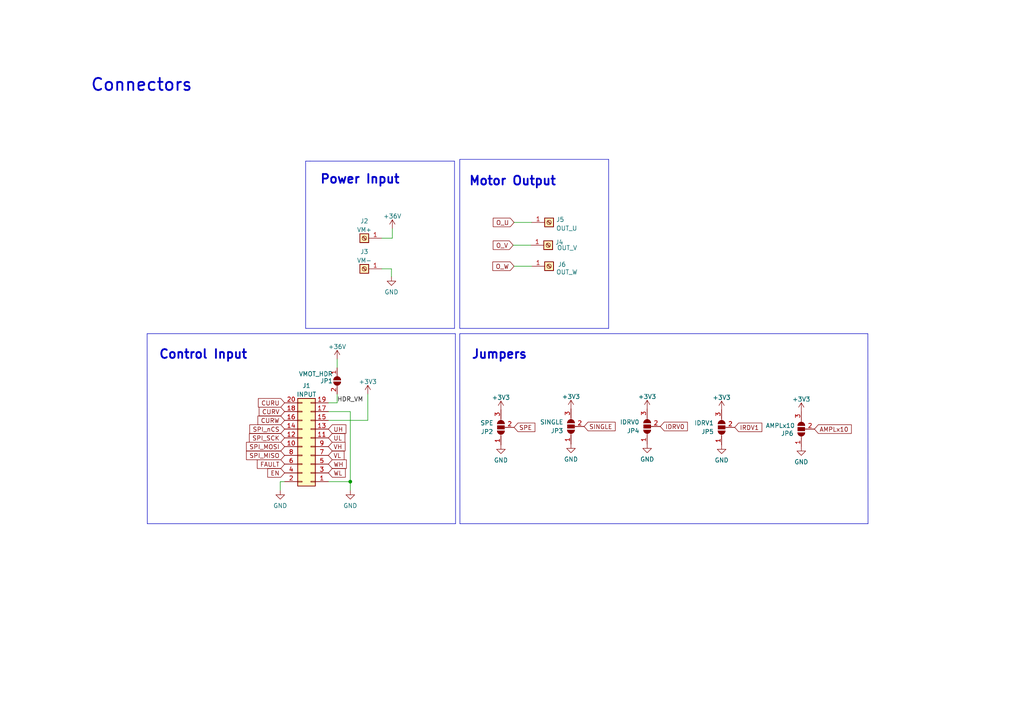
<source format=kicad_sch>
(kicad_sch (version 20250114) (generator "eeschema") (generator_version "9.0")
  (paper "A4")
  (title_block (title "ThunderMini") (date "2022-12-19") (rev "V1.0") (company "Yaseen M. Twati"))
  (lib_symbols
    (symbol "Connector:Screw_Terminal_01x01" (pin_names (offset 1.016) (hide yes))
      (property "Reference" "J" (at 0 2.54 0))
      (property "Value" "Screw_Terminal_01x01" (at 0 -2.54 0))
      (symbol "Screw_Terminal_01x01_1_1"
        (rectangle (start -1.27 1.27) (end 1.27 -1.27) (stroke (width 0.254)) (fill (type background)))
        (polyline (pts (xy -0.5334 0.3302) (xy 0.3302 -0.508)) (stroke (width 0.1524)))
        (polyline (pts (xy -0.3556 0.508) (xy 0.508 -0.3302)) (stroke (width 0.1524)))
        (circle (center 0 0) (radius 0.635) (stroke (width 0.1524)))
        (pin passive line (at -5.08 0 0) (length 3.81) (name "Pin_1") (number "1"))
      )
    )
    (symbol "Connector_Generic:Conn_02x10_Odd_Even" (pin_names (offset 1.016) (hide yes))
      (property "Reference" "J" (at 1.27 12.7 0))
      (property "Value" "Conn_02x10_Odd_Even" (at 1.27 -15.24 0))
      (symbol "Conn_02x10_Odd_Even_1_1"
        (rectangle (start -1.27 11.43) (end 3.81 -13.97) (stroke (width 0.254)) (fill (type background)))
        (rectangle (start -1.27 10.287) (end 0 10.033) (stroke (width 0.1524)))
        (rectangle (start -1.27 7.747) (end 0 7.493) (stroke (width 0.1524)))
        (rectangle (start -1.27 5.207) (end 0 4.953) (stroke (width 0.1524)))
        (rectangle (start -1.27 2.667) (end 0 2.413) (stroke (width 0.1524)))
        (rectangle (start -1.27 0.127) (end 0 -0.127) (stroke (width 0.1524)))
        (rectangle (start -1.27 -2.413) (end 0 -2.667) (stroke (width 0.1524)))
        (rectangle (start -1.27 -4.953) (end 0 -5.207) (stroke (width 0.1524)))
        (rectangle (start -1.27 -7.493) (end 0 -7.747) (stroke (width 0.1524)))
        (rectangle (start -1.27 -10.033) (end 0 -10.287) (stroke (width 0.1524)))
        (rectangle (start -1.27 -12.573) (end 0 -12.827) (stroke (width 0.1524)))
        (rectangle (start 3.81 10.287) (end 2.54 10.033) (stroke (width 0.1524)))
        (rectangle (start 3.81 7.747) (end 2.54 7.493) (stroke (width 0.1524)))
        (rectangle (start 3.81 5.207) (end 2.54 4.953) (stroke (width 0.1524)))
        (rectangle (start 3.81 2.667) (end 2.54 2.413) (stroke (width 0.1524)))
        (rectangle (start 3.81 0.127) (end 2.54 -0.127) (stroke (width 0.1524)))
        (rectangle (start 3.81 -2.413) (end 2.54 -2.667) (stroke (width 0.1524)))
        (rectangle (start 3.81 -4.953) (end 2.54 -5.207) (stroke (width 0.1524)))
        (rectangle (start 3.81 -7.493) (end 2.54 -7.747) (stroke (width 0.1524)))
        (rectangle (start 3.81 -10.033) (end 2.54 -10.287) (stroke (width 0.1524)))
        (rectangle (start 3.81 -12.573) (end 2.54 -12.827) (stroke (width 0.1524)))
        (pin passive line (at -5.08 10.16 0) (length 3.81) (name "Pin_1") (number "1"))
        (pin passive line (at -5.08 7.62 0) (length 3.81) (name "Pin_3") (number "3"))
        (pin passive line (at -5.08 5.08 0) (length 3.81) (name "Pin_5") (number "5"))
        (pin passive line (at -5.08 2.54 0) (length 3.81) (name "Pin_7") (number "7"))
        (pin passive line (at -5.08 0 0) (length 3.81) (name "Pin_9") (number "9"))
        (pin passive line (at -5.08 -2.54 0) (length 3.81) (name "Pin_11") (number "11"))
        (pin passive line (at -5.08 -5.08 0) (length 3.81) (name "Pin_13") (number "13"))
        (pin passive line (at -5.08 -7.62 0) (length 3.81) (name "Pin_15") (number "15"))
        (pin passive line (at -5.08 -10.16 0) (length 3.81) (name "Pin_17") (number "17"))
        (pin passive line (at -5.08 -12.7 0) (length 3.81) (name "Pin_19") (number "19"))
        (pin passive line (at 7.62 10.16 180) (length 3.81) (name "Pin_2") (number "2"))
        (pin passive line (at 7.62 7.62 180) (length 3.81) (name "Pin_4") (number "4"))
        (pin passive line (at 7.62 5.08 180) (length 3.81) (name "Pin_6") (number "6"))
        (pin passive line (at 7.62 2.54 180) (length 3.81) (name "Pin_8") (number "8"))
        (pin passive line (at 7.62 0 180) (length 3.81) (name "Pin_10") (number "10"))
        (pin passive line (at 7.62 -2.54 180) (length 3.81) (name "Pin_12") (number "12"))
        (pin passive line (at 7.62 -5.08 180) (length 3.81) (name "Pin_14") (number "14"))
        (pin passive line (at 7.62 -7.62 180) (length 3.81) (name "Pin_16") (number "16"))
        (pin passive line (at 7.62 -10.16 180) (length 3.81) (name "Pin_18") (number "18"))
        (pin passive line (at 7.62 -12.7 180) (length 3.81) (name "Pin_20") (number "20"))
      )
    )
    (symbol "Jumper:SolderJumper_2_Open" (pin_names (offset 0) (hide yes))
      (property "Reference" "JP" (at 0 2.032 0))
      (property "Value" "SolderJumper_2_Open" (at 0 -2.54 0))
      (symbol "SolderJumper_2_Open_0_1"
        (polyline (pts (xy -0.254 1.016) (xy -0.254 -1.016)))
        (arc (start -0.254 -1.016) (mid -1.2656 0) (end -0.254 1.016))
        (arc (start -0.254 -1.016) (mid -1.2656 0) (end -0.254 1.016) (fill (type outline)))
        (arc (start 0.254 1.016) (mid 1.2656 0) (end 0.254 -1.016))
        (arc (start 0.254 1.016) (mid 1.2656 0) (end 0.254 -1.016) (fill (type outline)))
        (polyline (pts (xy 0.254 1.016) (xy 0.254 -1.016)))
      )
      (symbol "SolderJumper_2_Open_1_1"
        (pin passive line (at -3.81 0 0) (length 2.54) (name "A") (number "1"))
        (pin passive line (at 3.81 0 180) (length 2.54) (name "B") (number "2"))
      )
    )
    (symbol "Jumper:SolderJumper_3_Open" (pin_names (offset 0) (hide yes))
      (property "Reference" "JP" (at -2.54 -2.54 0))
      (property "Value" "SolderJumper_3_Open" (at 0 2.794 0))
      (symbol "SolderJumper_3_Open_0_1"
        (polyline (pts (xy -2.54 0) (xy -2.032 0)))
        (polyline (pts (xy -1.016 1.016) (xy -1.016 -1.016)))
        (arc (start -1.016 -1.016) (mid -2.0276 0) (end -1.016 1.016))
        (arc (start -1.016 -1.016) (mid -2.0276 0) (end -1.016 1.016) (fill (type outline)))
        (rectangle (start -0.508 1.016) (end 0.508 -1.016) (fill (type outline)))
        (polyline (pts (xy 0 -1.27) (xy 0 -1.016)))
        (arc (start 1.016 1.016) (mid 2.0276 0) (end 1.016 -1.016))
        (arc (start 1.016 1.016) (mid 2.0276 0) (end 1.016 -1.016) (fill (type outline)))
        (polyline (pts (xy 1.016 1.016) (xy 1.016 -1.016)))
        (polyline (pts (xy 2.54 0) (xy 2.032 0)))
      )
      (symbol "SolderJumper_3_Open_1_1"
        (pin passive line (at -5.08 0 0) (length 2.54) (name "A") (number "1"))
        (pin passive line (at 0 -3.81 90) (length 2.54) (name "C") (number "2"))
        (pin passive line (at 5.08 0 180) (length 2.54) (name "B") (number "3"))
      )
    )
    (symbol "power:+36V" (power) (pin_names (offset 0))
      (property "Value" "+36V" (at 0 3.556 0))
      (symbol "+36V_0_1"
        (polyline (pts (xy -0.762 1.27) (xy 0 2.54)))
        (polyline (pts (xy 0 2.54) (xy 0.762 1.27)))
        (polyline (pts (xy 0 0) (xy 0 2.54)))
      )
      (symbol "+36V_1_1"
        (pin power_in line (at 0 0 90) (length 0) (hide yes) (name "+36V") (number "1"))
      )
    )
    (symbol "power:+3V3" (power) (pin_names (offset 0))
      (property "Value" "+3V3" (at 0 3.556 0))
      (symbol "+3V3_0_1"
        (polyline (pts (xy -0.762 1.27) (xy 0 2.54)))
        (polyline (pts (xy 0 2.54) (xy 0.762 1.27)))
        (polyline (pts (xy 0 0) (xy 0 2.54)))
      )
      (symbol "+3V3_1_1"
        (pin power_in line (at 0 0 90) (length 0) (hide yes) (name "+3V3") (number "1"))
      )
    )
    (symbol "power:GND" (power) (pin_names (offset 0))
      (property "Value" "GND" (at 0 -3.81 0))
      (symbol "GND_0_1"
        (polyline (pts (xy 0 0) (xy 0 -1.27) (xy 1.27 -1.27) (xy 0 -2.54) (xy -1.27 -1.27) (xy 0 -1.27)))
      )
      (symbol "GND_1_1"
        (pin power_in line (at 0 0 270) (length 0) (hide yes) (name "GND") (number "1"))
      )
    )
  )
  (text "Power Input" (at 92.71 53.594 0) (effects (font (size 2.54 2.54) (thickness 0.508) (bold yes)) (justify left bottom)))
  (text "Motor Output" (at 135.89 54.102 0) (effects (font (size 2.54 2.54) (thickness 0.508) (bold yes)) (justify left bottom)))
  (text "Jumpers" (at 136.652 104.394 0) (effects (font (size 2.54 2.54) (thickness 0.508) (bold yes)) (justify left bottom)))
  (text "Control Input" (at 45.974 104.394 0) (effects (font (size 2.54 2.54) (thickness 0.508) (bold yes)) (justify left bottom)))
  (text "Connectors" (at 26.162 26.797 0) (effects (font (size 3.5 3.5) (thickness 0.508) (bold yes)) (justify left bottom)))
  (junction (at 101.6 139.7))
  (wire (pts (xy 101.6 142.24) (xy 101.6 139.7)))
  (polyline (pts (xy 133.35 96.774) (xy 251.714 96.774)))
  (wire (pts (xy 82.55 139.7) (xy 81.28 139.7)))
  (polyline (pts (xy 89.916 46.736) (xy 131.826 46.736)))
  (wire (pts (xy 101.6 119.38) (xy 101.6 139.7)))
  (wire (pts (xy 95.25 139.7) (xy 101.6 139.7)))
  (wire (pts (xy 110.744 77.978) (xy 113.538 77.978)))
  (polyline (pts (xy 132.1308 151.892) (xy 132.08 96.774)))
  (wire (pts (xy 97.79 104.14) (xy 97.79 106.68)))
  (polyline (pts (xy 88.646 46.736) (xy 88.646 95.25)))
  (polyline (pts (xy 133.35 46.228) (xy 133.35 95.25)))
  (wire (pts (xy 106.68 114.3) (xy 106.68 121.92)))
  (polyline (pts (xy 251.7648 151.892) (xy 251.714 96.774)))
  (wire (pts (xy 113.792 69.088) (xy 110.744 69.088)))
  (polyline (pts (xy 176.53 95.25) (xy 176.53 46.228)))
  (polyline (pts (xy 131.826 95.25) (xy 131.826 46.736)))
  (polyline (pts (xy 133.35 46.228) (xy 176.53 46.228)))
  (polyline (pts (xy 42.7228 151.892) (xy 132.1308 151.892)))
  (polyline (pts (xy 133.4008 151.892) (xy 251.7648 151.892)))
  (wire (pts (xy 153.924 71.12) (xy 148.844 71.12)))
  (polyline (pts (xy 133.35 95.25) (xy 176.53 95.25)))
  (wire (pts (xy 97.79 116.84) (xy 95.25 116.84)))
  (wire (pts (xy 95.25 119.38) (xy 101.6 119.38)))
  (wire (pts (xy 97.79 114.3) (xy 97.79 116.84)))
  (wire (pts (xy 81.28 139.7) (xy 81.28 142.24)))
  (wire (pts (xy 113.792 66.294) (xy 113.792 69.088)))
  (polyline (pts (xy 42.672 96.774) (xy 42.7228 151.892)))
  (polyline (pts (xy 42.672 96.774) (xy 132.08 96.774)))
  (polyline (pts (xy 133.35 96.774) (xy 133.4008 151.892)))
  (wire (pts (xy 149.098 77.216) (xy 154.178 77.216)))
  (wire (pts (xy 149.098 64.516) (xy 154.178 64.516)))
  (polyline (pts (xy 89.916 46.736) (xy 88.646 46.736)))
  (polyline (pts (xy 88.646 95.25) (xy 131.826 95.25)))
  (wire (pts (xy 113.538 77.978) (xy 113.538 80.264)))
  (wire (pts (xy 106.68 121.92) (xy 95.25 121.92)))
  (label "HDR_VM" (at 97.79 116.84 0))
  (global_label "O_U" (shape input) (at 149.098 64.516 180) (property "Intersheetrefs" "${INTERSHEET_REFS}" (effects (hide yes))))
  (global_label "CURW" (shape input) (at 82.55 121.92 180) (property "Intersheetrefs" "${INTERSHEET_REFS}" (effects (hide yes))))
  (global_label "SPI_MISO" (shape input) (at 82.55 132.08 180) (property "Intersheetrefs" "${INTERSHEET_REFS}" (effects (hide yes))))
  (global_label "VH" (shape input) (at 95.25 129.54 0) (property "Intersheetrefs" "${INTERSHEET_REFS}" (effects (hide yes))))
  (global_label "SPI_MOSI" (shape input) (at 82.55 129.54 180) (property "Intersheetrefs" "${INTERSHEET_REFS}" (effects (hide yes))))
  (global_label "VL" (shape input) (at 95.25 132.08 0) (property "Intersheetrefs" "${INTERSHEET_REFS}" (effects (hide yes))))
  (global_label "WL" (shape input) (at 95.25 137.16 0) (property "Intersheetrefs" "${INTERSHEET_REFS}" (effects (hide yes))))
  (global_label "O_W" (shape input) (at 149.098 77.216 180) (property "Intersheetrefs" "${INTERSHEET_REFS}" (effects (hide yes))))
  (global_label "CURU" (shape input) (at 82.55 116.84 180) (property "Intersheetrefs" "${INTERSHEET_REFS}" (effects (hide yes))))
  (global_label "O_V" (shape input) (at 148.844 71.12 180) (property "Intersheetrefs" "${INTERSHEET_REFS}" (effects (hide yes))))
  (global_label "AMPLx10" (shape input) (at 236.22 124.46 0) (property "Intersheetrefs" "${INTERSHEET_REFS}" (effects (hide yes))))
  (global_label "SINGLE" (shape input) (at 169.418 123.698 0) (property "Intersheetrefs" "${INTERSHEET_REFS}" (effects (hide yes))))
  (global_label "CURV" (shape input) (at 82.55 119.38 180) (property "Intersheetrefs" "${INTERSHEET_REFS}" (effects (hide yes))))
  (global_label "IDRV0" (shape input) (at 191.516 123.698 0) (property "Intersheetrefs" "${INTERSHEET_REFS}" (effects (hide yes))))
  (global_label "UL" (shape input) (at 95.25 127 0) (property "Intersheetrefs" "${INTERSHEET_REFS}" (effects (hide yes))))
  (global_label "EN" (shape input) (at 82.55 137.16 180) (property "Intersheetrefs" "${INTERSHEET_REFS}" (effects (hide yes))))
  (global_label "IRDV1" (shape input) (at 213.106 123.952 0) (property "Intersheetrefs" "${INTERSHEET_REFS}" (effects (hide yes))))
  (global_label "SPI_SCK" (shape input) (at 82.55 127 180) (property "Intersheetrefs" "${INTERSHEET_REFS}" (effects (hide yes))))
  (global_label "WH" (shape input) (at 95.25 134.62 0) (property "Intersheetrefs" "${INTERSHEET_REFS}" (effects (hide yes))))
  (global_label "SPI_nCS" (shape input) (at 82.55 124.46 180) (property "Intersheetrefs" "${INTERSHEET_REFS}" (effects (hide yes))))
  (global_label "FAULT" (shape input) (at 82.55 134.62 180) (property "Intersheetrefs" "${INTERSHEET_REFS}" (effects (hide yes))))
  (global_label "SPE" (shape input) (at 149.098 123.952 0) (property "Intersheetrefs" "${INTERSHEET_REFS}" (effects (hide yes))))
  (global_label "UH" (shape input) (at 95.25 124.46 0) (property "Intersheetrefs" "${INTERSHEET_REFS}" (effects (hide yes))))
  (symbol (lib_id "power:GND") (at 209.296 129.032 0) (unit 1)
    (property "Reference" "#PWR042" (effects (hide yes)))
    (property "Value" "GND" (at 209.296 133.4754 0))
  )
  (symbol (lib_id "power:GND") (at 81.28 142.24 0) (unit 1)
    (property "Reference" "#PWR029" (effects (hide yes)))
    (property "Value" "GND" (at 81.28 146.6834 0))
  )
  (symbol (lib_id "Connector:Screw_Terminal_01x01") (at 159.258 64.516 0) (unit 1)
    (property "Reference" "J5" (at 161.29 63.6813 0) (effects (justify left)))
    (property "Value" "OUT_U" (at 161.29 66.2182 0) (effects (justify left)))
    (property "Footprint" "Connector_Wire:SolderWirePad_1x01_SMD_5x10mm" (effects (hide yes)))
  )
  (symbol (lib_id "power:+36V") (at 113.792 66.294 0) (unit 1)
    (property "Reference" "#PWR034" (effects (hide yes)))
    (property "Value" "+36V" (at 113.792 62.7182 0))
  )
  (symbol (lib_id "power:+3V3") (at 209.296 118.872 0) (unit 1)
    (property "Reference" "#PWR041" (effects (hide yes)))
    (property "Value" "+3V3" (at 209.296 115.2962 0))
  )
  (symbol (lib_id "power:GND") (at 187.706 128.778 0) (unit 1)
    (property "Reference" "#PWR040" (effects (hide yes)))
    (property "Value" "GND" (at 187.706 133.2214 0))
  )
  (symbol (lib_id "Connector:Screw_Terminal_01x01") (at 159.258 77.216 0) (unit 1)
    (property "Reference" "J6" (at 161.798 76.708 0) (effects (justify left)))
    (property "Value" "OUT_W" (at 161.29 78.9182 0) (effects (justify left)))
    (property "Footprint" "Connector_Wire:SolderWirePad_1x01_SMD_5x10mm" (effects (hide yes)))
  )
  (symbol (lib_id "Jumper:SolderJumper_3_Open") (at 209.296 123.952 90) (unit 1)
    (property "Reference" "JP5" (at 205.232 125.2189 90))
    (property "Value" "IDRV1" (at 204.216 122.682 90))
    (property "Footprint" "Jumper:SolderJumper-3_P2.0mm_Open_TrianglePad1.0x1.5mm" (effects (hide yes)))
  )
  (symbol (lib_id "Connector:Screw_Terminal_01x01") (at 105.664 77.978 180) (unit 1)
    (property "Reference" "J3" (at 105.664 73.0082 0))
    (property "Value" "VM-" (at 105.664 75.5451 0))
    (property "Footprint" "Connector_Wire:SolderWirePad_1x01_SMD_5x10mm" (effects (hide yes)))
  )
  (symbol (lib_id "Jumper:SolderJumper_3_Open") (at 187.706 123.698 90) (unit 1)
    (property "Reference" "JP4" (at 183.642 124.9649 90))
    (property "Value" "IDRV0" (at 182.626 122.428 90))
    (property "Footprint" "Jumper:SolderJumper-3_P2.0mm_Open_TrianglePad1.0x1.5mm" (effects (hide yes)))
  )
  (symbol (lib_id "Jumper:SolderJumper_3_Open") (at 145.288 123.952 90) (unit 1)
    (property "Reference" "JP2" (at 141.224 125.2189 90))
    (property "Value" "SPE" (at 141.224 122.682 90))
    (property "Footprint" "Jumper:SolderJumper-3_P2.0mm_Open_TrianglePad1.0x1.5mm" (effects (hide yes)))
  )
  (symbol (lib_id "Jumper:SolderJumper_3_Open") (at 232.41 124.46 90) (unit 1)
    (property "Reference" "JP6" (at 228.346 125.7269 90))
    (property "Value" "AMPLx10" (at 226.314 123.444 90))
    (property "Footprint" "Jumper:SolderJumper-3_P2.0mm_Open_TrianglePad1.0x1.5mm" (effects (hide yes)))
  )
  (symbol (lib_id "Jumper:SolderJumper_3_Open") (at 165.608 123.698 90) (unit 1)
    (property "Reference" "JP3" (at 161.544 124.9649 90))
    (property "Value" "SINGLE" (at 160.02 122.428 90))
    (property "Footprint" "Jumper:SolderJumper-3_P2.0mm_Open_TrianglePad1.0x1.5mm" (effects (hide yes)))
  )
  (symbol (lib_id "power:+3V3") (at 232.41 119.38 0) (unit 1)
    (property "Reference" "#PWR043" (effects (hide yes)))
    (property "Value" "+3V3" (at 232.41 115.8042 0))
  )
  (symbol (lib_id "power:+3V3") (at 165.608 118.618 0) (unit 1)
    (property "Reference" "#PWR037" (effects (hide yes)))
    (property "Value" "+3V3" (at 165.608 115.0422 0))
  )
  (symbol (lib_id "Connector:Screw_Terminal_01x01") (at 105.664 69.088 180) (unit 1)
    (property "Reference" "J2" (at 105.664 64.1182 0))
    (property "Value" "VM+" (at 105.664 66.6551 0))
    (property "Footprint" "Connector_Wire:SolderWirePad_1x01_SMD_5x10mm" (effects (hide yes)))
  )
  (symbol (lib_id "power:+3V3") (at 187.706 118.618 0) (unit 1)
    (property "Reference" "#PWR039" (effects (hide yes)))
    (property "Value" "+3V3" (at 187.706 115.0422 0))
  )
  (symbol (lib_id "Jumper:SolderJumper_2_Open") (at 97.79 110.49 270) (unit 1)
    (property "Reference" "JP1" (at 94.6912 110.49 90))
    (property "Value" "VMOT_HDR" (at 91.5924 108.458 90))
    (property "Footprint" "Jumper:SolderJumper-2_P1.3mm_Open_TrianglePad1.0x1.5mm" (effects (hide yes)))
  )
  (symbol (lib_id "power:+36V") (at 97.79 104.14 0) (unit 1)
    (property "Reference" "#PWR031" (effects (hide yes)))
    (property "Value" "+36V" (at 97.79 100.5642 0))
  )
  (symbol (lib_id "power:GND") (at 145.288 129.032 0) (unit 1)
    (property "Reference" "#PWR036" (effects (hide yes)))
    (property "Value" "GND" (at 145.288 133.4754 0))
  )
  (symbol (lib_id "power:GND") (at 113.538 80.264 0) (unit 1)
    (property "Reference" "#PWR033" (effects (hide yes)))
    (property "Value" "GND" (at 113.538 84.7074 0))
  )
  (symbol (lib_id "power:GND") (at 232.41 129.54 0) (unit 1)
    (property "Reference" "#PWR044" (effects (hide yes)))
    (property "Value" "GND" (at 232.41 133.9834 0))
  )
  (symbol (lib_id "power:GND") (at 101.6 142.24 0) (unit 1)
    (property "Reference" "#PWR030" (effects (hide yes)))
    (property "Value" "GND" (at 101.6 146.6834 0))
  )
  (symbol (lib_id "Connector_Generic:Conn_02x10_Odd_Even") (at 90.17 129.54 180) (unit 1)
    (property "Reference" "J1" (at 88.9 111.8702 0))
    (property "Value" "INPUT" (at 88.9 114.4071 0))
    (property "Footprint" "Connector_PinHeader_2.54mm:PinHeader_2x10_P2.54mm_Vertical_SMD" (effects (hide yes)))
  )
  (symbol (lib_id "power:+3V3") (at 145.288 118.872 0) (unit 1)
    (property "Reference" "#PWR035" (effects (hide yes)))
    (property "Value" "+3V3" (at 145.288 115.2962 0))
  )
  (symbol (lib_id "power:+3V3") (at 106.68 114.3 0) (unit 1)
    (property "Reference" "#PWR032" (effects (hide yes)))
    (property "Value" "+3V3" (at 106.68 110.7242 0))
  )
  (symbol (lib_id "power:GND") (at 165.608 128.778 0) (unit 1)
    (property "Reference" "#PWR038" (effects (hide yes)))
    (property "Value" "GND" (at 165.608 133.2214 0))
  )
  (symbol (lib_id "Connector:Screw_Terminal_01x01") (at 159.004 71.12 0) (unit 1)
    (property "Reference" "J4" (at 161.036 70.2853 0) (effects (justify left)))
    (property "Value" "OUT_V" (at 161.544 71.882 0) (effects (justify left)))
    (property "Footprint" "Connector_Wire:SolderWirePad_1x01_SMD_5x10mm" (effects (hide yes)))
  )
)
</source>
